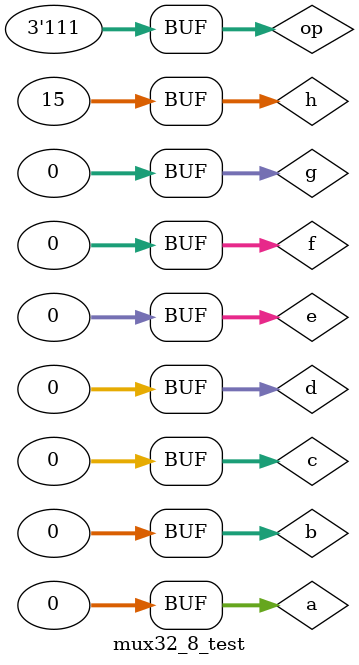
<source format=v>
`define DELAY 20
module mux32_8_test(); 
	reg [31:0] a,b,c,d,e,f,g,h;
	wire [31:0]sum;
	reg [2:0] op;
	
	mux32_8 fatb (a,b,c,d,e,f,g,h,op,sum);

	initial begin
		a = 8'd15; b = 8'd0;c = 8'd0; d = 8'd0;e = 8'd0; f = 8'd0;g = 8'd0; h = 8'd0; op = 3'b000;
		#`DELAY;
		a = 8'd0; b = 8'd15;c = 8'd0; d = 8'd0;e = 8'd0; f = 8'd0;g = 8'd0; h = 8'd0; op = 3'b001;
		#`DELAY;
		a = 8'd0; b = 8'd0;c = 8'd15; d = 8'd0;e = 8'd0; f = 8'd0;g = 8'd0; h = 8'd0; op = 3'b010;
		#`DELAY;
		a = 8'd0; b = 8'd0;c = 8'd0; d = 8'd15;e = 8'd0; f = 8'd0;g = 8'd0; h = 8'd0; op = 3'b011;
		#`DELAY;
		a = 8'd0; b = 8'd0;c = 8'd0; d = 8'd0;e = 8'd15; f = 8'd0;g = 8'd0; h = 8'd0; op = 3'b100;
		#`DELAY;
		a = 8'd0; b = 8'd0;c = 8'd0; d = 8'd0;e = 8'd0; f = 8'd15;g = 8'd0; h = 8'd0; op = 3'b101;
		#`DELAY;
		a = 8'd0; b = 8'd0;c = 8'd0; d = 8'd0;e = 8'd0; f = 8'd0;g = 8'd15; h = 8'd0; op = 3'b110;
		#`DELAY;
		a = 8'd0; b = 8'd0;c = 8'd0; d = 8'd0;e = 8'd0; f = 8'd0;g = 8'd0; h = 8'd15; op = 3'b111;
	end
	 
	 
	initial begin
		$monitor("time = %2d, a =%d, b=%d,c =%d, d=%d,e =%d, f=%d,g =%d, h=%d, op=%d, sum=%d", $time,a,b,c,d,e,f,g,h, op, sum);
	end
 
endmodule
</source>
